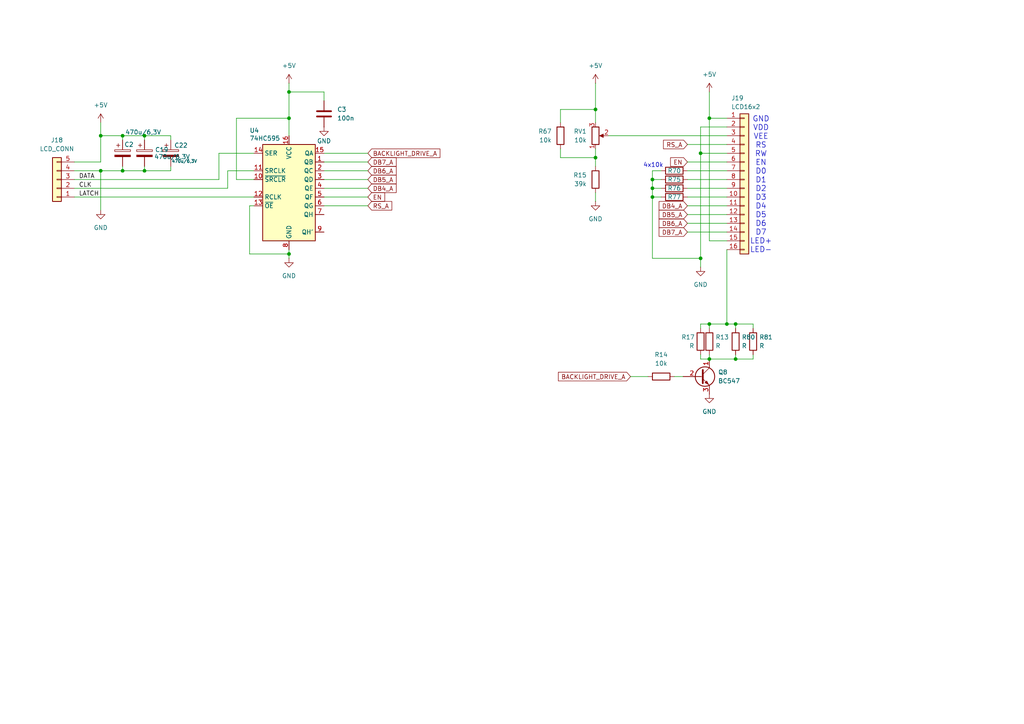
<source format=kicad_sch>
(kicad_sch (version 20231120) (generator "eeschema") (generator_version "8.0")
  (paper "A4")
  (lib_symbols
    (symbol "74xx:74HC595"
      (property "Reference" "U" (at -7.62 13.97 0))
      (property "Value" "74HC595" (at -7.62 -16.51 0))
      (symbol "74HC595_1_0"
        (pin tri_state line (at 10.16 7.62 180) (length 2.54) (name "QB") (number "1"))
        (pin input line (at -10.16 2.54 0) (length 2.54) (name "~{SRCLR}") (number "10"))
        (pin input line (at -10.16 5.08 0) (length 2.54) (name "SRCLK") (number "11"))
        (pin input line (at -10.16 -2.54 0) (length 2.54) (name "RCLK") (number "12"))
        (pin input line (at -10.16 -5.08 0) (length 2.54) (name "~{OE}") (number "13"))
        (pin input line (at -10.16 10.16 0) (length 2.54) (name "SER") (number "14"))
        (pin tri_state line (at 10.16 10.16 180) (length 2.54) (name "QA") (number "15"))
        (pin power_in line (at 0 15.24 270) (length 2.54) (name "VCC") (number "16"))
        (pin tri_state line (at 10.16 5.08 180) (length 2.54) (name "QC") (number "2"))
        (pin tri_state line (at 10.16 2.54 180) (length 2.54) (name "QD") (number "3"))
        (pin tri_state line (at 10.16 0 180) (length 2.54) (name "QE") (number "4"))
        (pin tri_state line (at 10.16 -2.54 180) (length 2.54) (name "QF") (number "5"))
        (pin tri_state line (at 10.16 -5.08 180) (length 2.54) (name "QG") (number "6"))
        (pin tri_state line (at 10.16 -7.62 180) (length 2.54) (name "QH") (number "7"))
        (pin power_in line (at 0 -17.78 90) (length 2.54) (name "GND") (number "8"))
        (pin output line (at 10.16 -12.7 180) (length 2.54) (name "QH'") (number "9"))
      )
      (symbol "74HC595_1_1"
        (rectangle (start -7.62 12.7) (end 7.62 -15.24) (stroke (width 0.254)) (fill (type background)))
      )
    )
    (symbol "Connector_Generic:Conn_01x05" (pin_names (offset 1.016) hide)
      (property "Reference" "J" (at 0 7.62 0))
      (property "Value" "Conn_01x05" (at 0 -7.62 0))
      (symbol "Conn_01x05_1_1"
        (rectangle (start -1.27 -4.953) (end 0 -5.207) (stroke (width 0.1524)))
        (rectangle (start -1.27 -2.413) (end 0 -2.667) (stroke (width 0.1524)))
        (rectangle (start -1.27 0.127) (end 0 -0.127) (stroke (width 0.1524)))
        (rectangle (start -1.27 2.667) (end 0 2.413) (stroke (width 0.1524)))
        (rectangle (start -1.27 5.207) (end 0 4.953) (stroke (width 0.1524)))
        (rectangle (start -1.27 6.35) (end 1.27 -6.35) (stroke (width 0.254)) (fill (type background)))
        (pin passive line (at -5.08 5.08 0) (length 3.81) (name "Pin_1") (number "1"))
        (pin passive line (at -5.08 2.54 0) (length 3.81) (name "Pin_2") (number "2"))
        (pin passive line (at -5.08 0 0) (length 3.81) (name "Pin_3") (number "3"))
        (pin passive line (at -5.08 -2.54 0) (length 3.81) (name "Pin_4") (number "4"))
        (pin passive line (at -5.08 -5.08 0) (length 3.81) (name "Pin_5") (number "5"))
      )
    )
    (symbol "Connector_Generic:Conn_01x16" (pin_names (offset 1.016) hide)
      (property "Reference" "J" (at 0 20.32 0))
      (property "Value" "Conn_01x16" (at 0 -22.86 0))
      (symbol "Conn_01x16_1_1"
        (rectangle (start -1.27 -20.193) (end 0 -20.447) (stroke (width 0.1524)))
        (rectangle (start -1.27 -17.653) (end 0 -17.907) (stroke (width 0.1524)))
        (rectangle (start -1.27 -15.113) (end 0 -15.367) (stroke (width 0.1524)))
        (rectangle (start -1.27 -12.573) (end 0 -12.827) (stroke (width 0.1524)))
        (rectangle (start -1.27 -10.033) (end 0 -10.287) (stroke (width 0.1524)))
        (rectangle (start -1.27 -7.493) (end 0 -7.747) (stroke (width 0.1524)))
        (rectangle (start -1.27 -4.953) (end 0 -5.207) (stroke (width 0.1524)))
        (rectangle (start -1.27 -2.413) (end 0 -2.667) (stroke (width 0.1524)))
        (rectangle (start -1.27 0.127) (end 0 -0.127) (stroke (width 0.1524)))
        (rectangle (start -1.27 2.667) (end 0 2.413) (stroke (width 0.1524)))
        (rectangle (start -1.27 5.207) (end 0 4.953) (stroke (width 0.1524)))
        (rectangle (start -1.27 7.747) (end 0 7.493) (stroke (width 0.1524)))
        (rectangle (start -1.27 10.287) (end 0 10.033) (stroke (width 0.1524)))
        (rectangle (start -1.27 12.827) (end 0 12.573) (stroke (width 0.1524)))
        (rectangle (start -1.27 15.367) (end 0 15.113) (stroke (width 0.1524)))
        (rectangle (start -1.27 17.907) (end 0 17.653) (stroke (width 0.1524)))
        (rectangle (start -1.27 19.05) (end 1.27 -21.59) (stroke (width 0.254)) (fill (type background)))
        (pin passive line (at -5.08 17.78 0) (length 3.81) (name "Pin_1") (number "1"))
        (pin passive line (at -5.08 -5.08 0) (length 3.81) (name "Pin_10") (number "10"))
        (pin passive line (at -5.08 -7.62 0) (length 3.81) (name "Pin_11") (number "11"))
        (pin passive line (at -5.08 -10.16 0) (length 3.81) (name "Pin_12") (number "12"))
        (pin passive line (at -5.08 -12.7 0) (length 3.81) (name "Pin_13") (number "13"))
        (pin passive line (at -5.08 -15.24 0) (length 3.81) (name "Pin_14") (number "14"))
        (pin passive line (at -5.08 -17.78 0) (length 3.81) (name "Pin_15") (number "15"))
        (pin passive line (at -5.08 -20.32 0) (length 3.81) (name "Pin_16") (number "16"))
        (pin passive line (at -5.08 15.24 0) (length 3.81) (name "Pin_2") (number "2"))
        (pin passive line (at -5.08 12.7 0) (length 3.81) (name "Pin_3") (number "3"))
        (pin passive line (at -5.08 10.16 0) (length 3.81) (name "Pin_4") (number "4"))
        (pin passive line (at -5.08 7.62 0) (length 3.81) (name "Pin_5") (number "5"))
        (pin passive line (at -5.08 5.08 0) (length 3.81) (name "Pin_6") (number "6"))
        (pin passive line (at -5.08 2.54 0) (length 3.81) (name "Pin_7") (number "7"))
        (pin passive line (at -5.08 0 0) (length 3.81) (name "Pin_8") (number "8"))
        (pin passive line (at -5.08 -2.54 0) (length 3.81) (name "Pin_9") (number "9"))
      )
    )
    (symbol "Device:C" (pin_numbers hide) (pin_names (offset 0.254))
      (property "Reference" "C" (at 0.635 2.54 0))
      (property "Value" "C" (at 0.635 -2.54 0))
      (symbol "C_0_1"
        (polyline (pts (xy -2.032 -0.762) (xy 2.032 -0.762)) (stroke (width 0.508)))
        (polyline (pts (xy -2.032 0.762) (xy 2.032 0.762)) (stroke (width 0.508)))
      )
      (symbol "C_1_1"
        (pin passive line (at 0 3.81 270) (length 2.794) (name "~") (number "1"))
        (pin passive line (at 0 -3.81 90) (length 2.794) (name "~") (number "2"))
      )
    )
    (symbol "Device:C_Polarized" (pin_numbers hide) (pin_names (offset 0.254))
      (property "Reference" "C" (at 0.635 2.54 0))
      (property "Value" "C_Polarized" (at 0.635 -2.54 0))
      (symbol "C_Polarized_0_1"
        (rectangle (start -2.286 0.508) (end 2.286 1.016))
        (polyline (pts (xy -1.778 2.286) (xy -0.762 2.286)))
        (polyline (pts (xy -1.27 2.794) (xy -1.27 1.778)))
        (rectangle (start 2.286 -0.508) (end -2.286 -1.016) (fill (type outline)))
      )
      (symbol "C_Polarized_1_1"
        (pin passive line (at 0 3.81 270) (length 2.794) (name "~") (number "1"))
        (pin passive line (at 0 -3.81 90) (length 2.794) (name "~") (number "2"))
      )
    )
    (symbol "Device:R" (pin_numbers hide) (pin_names (offset 0))
      (property "Reference" "R" (at 2.032 0 90))
      (property "Value" "R" (at 0 0 90))
      (symbol "R_0_1"
        (rectangle (start -1.016 -2.54) (end 1.016 2.54) (stroke (width 0.254)))
      )
      (symbol "R_1_1"
        (pin passive line (at 0 3.81 270) (length 1.27) (name "~") (number "1"))
        (pin passive line (at 0 -3.81 90) (length 1.27) (name "~") (number "2"))
      )
    )
    (symbol "Device:R_Potentiometer" (pin_names (offset 1.016) hide)
      (property "Reference" "RV" (at -4.445 0 90))
      (property "Value" "R_Potentiometer" (at -2.54 0 90))
      (symbol "R_Potentiometer_0_1"
        (polyline (pts (xy 2.54 0) (xy 1.524 0)))
        (polyline (pts (xy 1.143 0) (xy 2.286 0.508) (xy 2.286 -0.508) (xy 1.143 0)) (fill (type outline)))
        (rectangle (start 1.016 2.54) (end -1.016 -2.54) (stroke (width 0.254)))
      )
      (symbol "R_Potentiometer_1_1"
        (pin passive line (at 0 3.81 270) (length 1.27) (name "1") (number "1"))
        (pin passive line (at 3.81 0 180) (length 1.27) (name "2") (number "2"))
        (pin passive line (at 0 -3.81 90) (length 1.27) (name "3") (number "3"))
      )
    )
    (symbol "Transistor_BJT:BC547" (pin_names (offset 0) hide)
      (property "Reference" "Q" (at 5.08 1.905 0))
      (property "Value" "BC547" (at 5.08 0 0))
      (symbol "BC547_0_1"
        (polyline (pts (xy 0 0) (xy 0.635 0)))
        (polyline (pts (xy 0.635 0.635) (xy 2.54 2.54)))
        (polyline (pts (xy 0.635 -0.635) (xy 2.54 -2.54) (xy 2.54 -2.54)))
        (polyline (pts (xy 0.635 1.905) (xy 0.635 -1.905) (xy 0.635 -1.905)) (stroke (width 0.508)))
        (polyline (pts (xy 1.27 -1.778) (xy 1.778 -1.27) (xy 2.286 -2.286) (xy 1.27 -1.778) (xy 1.27 -1.778)) (fill (type outline)))
        (circle (center 1.27 0) (radius 2.8194) (stroke (width 0.254)))
      )
      (symbol "BC547_1_1"
        (pin passive line (at 2.54 5.08 270) (length 2.54) (name "C") (number "1"))
        (pin input line (at -5.08 0 0) (length 5.08) (name "B") (number "2"))
        (pin passive line (at 2.54 -5.08 90) (length 2.54) (name "E") (number "3"))
      )
    )
    (symbol "power:+5V" (power) (pin_numbers hide) (pin_names (offset 0) hide)
      (property "Value" "+5V" (at 0 3.556 0))
      (symbol "+5V_0_1"
        (polyline (pts (xy -0.762 1.27) (xy 0 2.54)))
        (polyline (pts (xy 0 0) (xy 0 2.54)))
        (polyline (pts (xy 0 2.54) (xy 0.762 1.27)))
      )
      (symbol "+5V_1_1"
        (pin power_in line (at 0 0 90) (length 0) (name "~") (number "1"))
      )
    )
    (symbol "power:GND" (power) (pin_numbers hide) (pin_names (offset 0) hide)
      (property "Value" "GND" (at 0 -3.81 0))
      (symbol "GND_0_1"
        (polyline (pts (xy 0 0) (xy 0 -1.27) (xy 1.27 -1.27) (xy 0 -2.54) (xy -1.27 -1.27) (xy 0 -1.27)))
      )
      (symbol "GND_1_1"
        (pin power_in line (at 0 0 270) (length 0) (name "~") (number "1"))
      )
    )
  )
  (junction (at 41.91 49.53))
  (junction (at 213.36 93.98))
  (junction (at 205.74 34.29))
  (junction (at 29.21 39.37))
  (junction (at 83.82 26.67))
  (junction (at 83.82 34.29))
  (junction (at 189.23 52.07))
  (junction (at 172.72 31.75))
  (junction (at 213.36 104.14))
  (junction (at 189.23 57.15))
  (junction (at 172.72 45.72))
  (junction (at 29.21 49.53))
  (junction (at 205.74 104.14))
  (junction (at 83.82 73.66))
  (junction (at 189.23 54.61))
  (junction (at 41.91 39.37))
  (junction (at 203.2 74.93))
  (junction (at 35.56 39.37))
  (junction (at 205.74 93.98))
  (junction (at 210.82 93.98))
  (junction (at 203.2 44.45))
  (junction (at 35.56 49.53))
  (wire (pts (xy 182.88 109.22) (xy 187.96 109.22)))
  (wire (pts (xy 29.21 46.99) (xy 21.59 46.99)))
  (wire (pts (xy 203.2 95.25) (xy 203.2 93.98)))
  (wire (pts (xy 29.21 39.37) (xy 35.56 39.37)))
  (wire (pts (xy 189.23 74.93) (xy 203.2 74.93)))
  (wire (pts (xy 41.91 49.53) (xy 49.53 49.53)))
  (wire (pts (xy 213.36 104.14) (xy 218.44 104.14)))
  (wire (pts (xy 41.91 49.53) (xy 35.56 49.53)))
  (wire (pts (xy 189.23 57.15) (xy 189.23 74.93)))
  (wire (pts (xy 176.53 39.37) (xy 210.82 39.37)))
  (wire (pts (xy 218.44 102.87) (xy 218.44 104.14)))
  (wire (pts (xy 93.98 49.53) (xy 106.68 49.53)))
  (wire (pts (xy 205.74 34.29) (xy 205.74 69.85)))
  (wire (pts (xy 199.39 57.15) (xy 210.82 57.15)))
  (wire (pts (xy 73.66 59.69) (xy 72.39 59.69)))
  (wire (pts (xy 41.91 39.37) (xy 35.56 39.37)))
  (wire (pts (xy 83.82 24.13) (xy 83.82 26.67)))
  (wire (pts (xy 41.91 48.26) (xy 41.91 49.53)))
  (wire (pts (xy 189.23 54.61) (xy 189.23 57.15)))
  (wire (pts (xy 93.98 46.99) (xy 106.68 46.99)))
  (wire (pts (xy 189.23 52.07) (xy 189.23 54.61)))
  (wire (pts (xy 63.5 52.07) (xy 21.59 52.07)))
  (wire (pts (xy 205.74 69.85) (xy 210.82 69.85)))
  (wire (pts (xy 41.91 40.64) (xy 41.91 39.37)))
  (wire (pts (xy 203.2 36.83) (xy 203.2 44.45)))
  (wire (pts (xy 73.66 44.45) (xy 63.5 44.45)))
  (wire (pts (xy 83.82 26.67) (xy 83.82 34.29)))
  (wire (pts (xy 66.04 54.61) (xy 21.59 54.61)))
  (wire (pts (xy 210.82 93.98) (xy 213.36 93.98)))
  (wire (pts (xy 63.5 44.45) (xy 63.5 52.07)))
  (wire (pts (xy 162.56 35.56) (xy 162.56 31.75)))
  (wire (pts (xy 199.39 54.61) (xy 210.82 54.61)))
  (wire (pts (xy 189.23 54.61) (xy 191.77 54.61)))
  (wire (pts (xy 199.39 49.53) (xy 210.82 49.53)))
  (wire (pts (xy 205.74 26.67) (xy 205.74 34.29)))
  (wire (pts (xy 73.66 52.07) (xy 68.58 52.07)))
  (wire (pts (xy 83.82 73.66) (xy 83.82 74.93)))
  (wire (pts (xy 93.98 59.69) (xy 106.68 59.69)))
  (wire (pts (xy 172.72 45.72) (xy 172.72 48.26)))
  (wire (pts (xy 203.2 44.45) (xy 210.82 44.45)))
  (wire (pts (xy 205.74 34.29) (xy 210.82 34.29)))
  (wire (pts (xy 93.98 29.21) (xy 93.98 26.67)))
  (wire (pts (xy 93.98 44.45) (xy 106.68 44.45)))
  (wire (pts (xy 83.82 72.39) (xy 83.82 73.66)))
  (wire (pts (xy 172.72 58.42) (xy 172.72 55.88)))
  (wire (pts (xy 21.59 57.15) (xy 73.66 57.15)))
  (wire (pts (xy 205.74 104.14) (xy 213.36 104.14)))
  (wire (pts (xy 199.39 41.91) (xy 210.82 41.91)))
  (wire (pts (xy 191.77 49.53) (xy 189.23 49.53)))
  (wire (pts (xy 68.58 34.29) (xy 83.82 34.29)))
  (wire (pts (xy 199.39 46.99) (xy 210.82 46.99)))
  (wire (pts (xy 203.2 74.93) (xy 203.2 77.47)))
  (wire (pts (xy 203.2 104.14) (xy 205.74 104.14)))
  (wire (pts (xy 72.39 73.66) (xy 83.82 73.66)))
  (wire (pts (xy 189.23 52.07) (xy 191.77 52.07)))
  (wire (pts (xy 29.21 49.53) (xy 29.21 60.96)))
  (wire (pts (xy 203.2 102.87) (xy 203.2 104.14)))
  (wire (pts (xy 205.74 102.87) (xy 205.74 104.14)))
  (wire (pts (xy 203.2 44.45) (xy 203.2 74.93)))
  (wire (pts (xy 172.72 31.75) (xy 172.72 35.56)))
  (wire (pts (xy 83.82 34.29) (xy 83.82 39.37)))
  (wire (pts (xy 73.66 49.53) (xy 66.04 49.53)))
  (wire (pts (xy 199.39 59.69) (xy 210.82 59.69)))
  (wire (pts (xy 93.98 54.61) (xy 106.68 54.61)))
  (wire (pts (xy 72.39 59.69) (xy 72.39 73.66)))
  (wire (pts (xy 93.98 26.67) (xy 83.82 26.67)))
  (wire (pts (xy 195.58 109.22) (xy 198.12 109.22)))
  (wire (pts (xy 49.53 49.53) (xy 49.53 48.26)))
  (wire (pts (xy 29.21 39.37) (xy 29.21 46.99)))
  (wire (pts (xy 218.44 93.98) (xy 218.44 95.25)))
  (wire (pts (xy 68.58 52.07) (xy 68.58 34.29)))
  (wire (pts (xy 66.04 49.53) (xy 66.04 54.61)))
  (wire (pts (xy 205.74 93.98) (xy 210.82 93.98)))
  (wire (pts (xy 29.21 49.53) (xy 35.56 49.53)))
  (wire (pts (xy 213.36 102.87) (xy 213.36 104.14)))
  (wire (pts (xy 199.39 52.07) (xy 210.82 52.07)))
  (wire (pts (xy 213.36 93.98) (xy 218.44 93.98)))
  (wire (pts (xy 213.36 93.98) (xy 213.36 95.25)))
  (wire (pts (xy 199.39 67.31) (xy 210.82 67.31)))
  (wire (pts (xy 29.21 39.37) (xy 29.21 35.56)))
  (wire (pts (xy 21.59 49.53) (xy 29.21 49.53)))
  (wire (pts (xy 189.23 49.53) (xy 189.23 52.07)))
  (wire (pts (xy 41.91 39.37) (xy 49.53 39.37)))
  (wire (pts (xy 162.56 31.75) (xy 172.72 31.75)))
  (wire (pts (xy 210.82 72.39) (xy 210.82 93.98)))
  (wire (pts (xy 205.74 93.98) (xy 205.74 95.25)))
  (wire (pts (xy 93.98 52.07) (xy 106.68 52.07)))
  (wire (pts (xy 162.56 45.72) (xy 172.72 45.72)))
  (wire (pts (xy 189.23 57.15) (xy 191.77 57.15)))
  (wire (pts (xy 172.72 43.18) (xy 172.72 45.72)))
  (wire (pts (xy 35.56 39.37) (xy 35.56 40.64)))
  (wire (pts (xy 203.2 93.98) (xy 205.74 93.98)))
  (wire (pts (xy 49.53 39.37) (xy 49.53 40.64)))
  (wire (pts (xy 35.56 48.26) (xy 35.56 49.53)))
  (wire (pts (xy 93.98 57.15) (xy 106.68 57.15)))
  (wire (pts (xy 199.39 64.77) (xy 210.82 64.77)))
  (wire (pts (xy 199.39 62.23) (xy 210.82 62.23)))
  (wire (pts (xy 172.72 24.13) (xy 172.72 31.75)))
  (wire (pts (xy 210.82 36.83) (xy 203.2 36.83)))
  (wire (pts (xy 162.56 43.18) (xy 162.56 45.72)))
  (text "4x10k" (at 189.484 48.006 0) (effects (font (size 1.27 1.27))))
  (text "GND\nVDD\nVEE\nRS\nRW\nEN\nD0\nD1\nD2\nD3\nD4\nD5\nD6\nD7\nLED+\nLED-" (at 220.726 53.594 0) (effects (font (size 1.57 1.57))))
  (label "DATA" (at 22.86 52.07 0))
  (label "LATCH" (at 22.86 57.15 0))
  (label "CLK" (at 22.86 54.61 0))
  (global_label "DB4_A" (shape input) (at 106.68 54.61 0) (property "Intersheetrefs" "${INTERSHEET_REFS}" (effects (hide yes))))
  (global_label "DB6_A" (shape input) (at 106.68 49.53 0) (property "Intersheetrefs" "${INTERSHEET_REFS}" (effects (hide yes))))
  (global_label "BACKLIGHT_DRIVE_A" (shape input) (at 182.88 109.22 180) (property "Intersheetrefs" "${INTERSHEET_REFS}" (effects (hide yes))))
  (global_label "DB5_A" (shape input) (at 199.39 62.23 180) (property "Intersheetrefs" "${INTERSHEET_REFS}" (effects (hide yes))))
  (global_label "DB7_A" (shape input) (at 199.39 67.31 180) (property "Intersheetrefs" "${INTERSHEET_REFS}" (effects (hide yes))))
  (global_label "DB7_A" (shape input) (at 106.68 46.99 0) (property "Intersheetrefs" "${INTERSHEET_REFS}" (effects (hide yes))))
  (global_label "DB5_A" (shape input) (at 106.68 52.07 0) (property "Intersheetrefs" "${INTERSHEET_REFS}" (effects (hide yes))))
  (global_label "RS_A" (shape input) (at 199.39 41.91 180) (property "Intersheetrefs" "${INTERSHEET_REFS}" (effects (hide yes))))
  (global_label "RS_A" (shape input) (at 106.68 59.69 0) (property "Intersheetrefs" "${INTERSHEET_REFS}" (effects (hide yes))))
  (global_label "EN" (shape input) (at 199.39 46.99 180) (property "Intersheetrefs" "${INTERSHEET_REFS}" (effects (hide yes))))
  (global_label "DB4_A" (shape input) (at 199.39 59.69 180) (property "Intersheetrefs" "${INTERSHEET_REFS}" (effects (hide yes))))
  (global_label "BACKLIGHT_DRIVE_A" (shape input) (at 106.68 44.45 0) (property "Intersheetrefs" "${INTERSHEET_REFS}" (effects (hide yes))))
  (global_label "DB6_A" (shape input) (at 199.39 64.77 180) (property "Intersheetrefs" "${INTERSHEET_REFS}" (effects (hide yes))))
  (global_label "EN" (shape input) (at 106.68 57.15 0) (property "Intersheetrefs" "${INTERSHEET_REFS}" (effects (hide yes))))
  (symbol (lib_id "power:GND") (at 205.74 114.3 0) (unit 1)
    (property "Reference" "#PWR012" (effects (hide yes)))
    (property "Value" "GND" (at 205.74 119.38 0))
    (property "Description" "Power symbol creates a global label with name \"GND\" , ground" (effects (hide yes)))
    (instances (project "Bidirectional_Power_Converter_24V-12V_with_BMS" (path "" (reference "#PWR012") (unit 1))) (project "Misc_PCB" (path "" (reference "#PWR0110") (unit 1))))
  )
  (symbol (lib_id "power:GND") (at 203.2 77.47 0) (unit 1)
    (property "Reference" "#PWR0100" (effects (hide yes)))
    (property "Value" "GND" (at 203.2 82.55 0))
    (property "Description" "Power symbol creates a global label with name \"GND\" , ground" (effects (hide yes)))
  )
  (symbol (lib_id "Connector_Generic:Conn_01x16") (at 215.9 52.07 0) (unit 1)
    (property "Reference" "J19" (at 212.09 28.448 0) (effects (justify left)))
    (property "Value" "LCD16x2" (at 212.09 30.988 0) (effects (justify left)))
    (property "Footprint" "Connector_PinSocket_2.54mm:PinSocket_1x16_P2.54mm_Vertical" (effects (hide yes)))
    (property "Description" "Generic connector, single row, 01x16, script generated (kicad-library-utils/schlib/autogen/connector/)" (effects (hide yes)))
  )
  (symbol (lib_id "Device:C_Polarized") (at 41.91 44.45 0) (unit 1)
    (property "Reference" "C19" (at 44.958 43.434 0) (effects (justify left)))
    (property "Value" "470u/6,3V" (at 44.704 45.466 0) (effects (justify left)))
    (property "Footprint" "Capacitor_Tantalum_SMD:CP_EIA-3528-21_Kemet-B" (effects (hide yes)))
    (property "Description" "Polarized capacitor" (effects (hide yes)))
  )
  (symbol (lib_id "Device:C_Polarized") (at 49.53 44.45 0) (unit 1)
    (property "Reference" "C22" (at 50.546 42.164 0) (effects (justify left)))
    (property "Value" "470u/6,3V" (at 49.784 46.736 0) (effects (font (size 0.9 0.9)) (justify left)))
    (property "Footprint" "Capacitor_SMD:CP_Elec_5x5.7" (effects (hide yes)))
    (property "Description" "Polarized capacitor" (effects (hide yes)))
  )
  (symbol (lib_id "power:+5V") (at 172.72 24.13 0) (mirror y) (unit 1)
    (property "Reference" "#PWR014" (effects (hide yes)))
    (property "Value" "+5V" (at 172.72 19.05 0))
    (property "Description" "Power symbol creates a global label with name \"+5V\"" (effects (hide yes)))
    (instances (project "Bidirectional_Power_Converter_24V-12V_with_BMS" (path "" (reference "#PWR014") (unit 1))) (project "Misc_PCB" (path "" (reference "#PWR0106") (unit 1))))
  )
  (symbol (lib_id "Device:R") (at 218.44 99.06 0) (unit 1)
    (property "Reference" "R81" (at 220.218 97.79 0) (effects (justify left)))
    (property "Value" "R" (at 220.218 100.33 0) (effects (justify left)))
    (property "Footprint" "Resistor_SMD:R_1206_3216Metric" (effects (hide yes)))
    (property "Description" "Resistor" (effects (hide yes)))
  )
  (symbol (lib_id "74xx:74HC595") (at 83.82 54.61 0) (unit 1)
    (property "Reference" "U4" (at 72.39 37.846 0) (effects (justify left)))
    (property "Value" "74HC595" (at 72.39 40.132 0) (effects (justify left)))
    (property "Footprint" "Package_SO:SOIC-16_3.9x9.9mm_P1.27mm" (effects (hide yes)))
    (property "Datasheet" "http://www.ti.com/lit/ds/symlink/sn74hc595.pdf" (effects (hide yes)))
    (property "Description" "8-bit serial in/out Shift Register 3-State Outputs" (effects (hide yes)))
    (instances (project "Bidirectional_Power_Converter_24V-12V_with_BMS" (path "" (reference "U4") (unit 1))) (project "Misc_PCB" (path "" (reference "U13") (unit 1))))
  )
  (symbol (lib_id "Device:R") (at 213.36 99.06 0) (unit 1)
    (property "Reference" "R80" (at 215.138 97.79 0) (effects (justify left)))
    (property "Value" "R" (at 215.138 100.33 0) (effects (justify left)))
    (property "Footprint" "Resistor_SMD:R_1206_3216Metric" (effects (hide yes)))
    (property "Description" "Resistor" (effects (hide yes)))
  )
  (symbol (lib_id "Device:R") (at 195.58 52.07 90) (mirror x) (unit 1)
    (property "Reference" "R75" (at 195.58 52.07 90))
    (property "Value" "10k" (effects (hide yes)))
    (property "Footprint" "Resistor_SMD:R_0805_2012Metric" (effects (hide yes)))
    (property "Description" "Resistor" (effects (hide yes)))
  )
  (symbol (lib_id "Device:R_Potentiometer") (at 172.72 39.37 0) (mirror x) (unit 1)
    (property "Reference" "RV1" (at 170.18 38.0999 0) (effects (justify right)))
    (property "Value" "10k" (at 170.18 40.6399 0) (effects (justify right)))
    (property "Footprint" "Potentiometer_THT:Potentiometer_ACP_CA9-V10_Vertical" (effects (hide yes)))
    (property "Description" "Potentiometer" (effects (hide yes)))
    (instances (project "Bidirectional_Power_Converter_24V-12V_with_BMS" (path "" (reference "RV1") (unit 1))) (project "Misc_PCB" (path "" (reference "RV2") (unit 1))))
  )
  (symbol (lib_id "power:+5V") (at 205.74 26.67 0) (unit 1)
    (property "Reference" "#PWR08" (effects (hide yes)))
    (property "Value" "+5V" (at 205.74 21.59 0))
    (property "Description" "Power symbol creates a global label with name \"+5V\"" (effects (hide yes)))
    (instances (project "Bidirectional_Power_Converter_24V-12V_with_BMS" (path "" (reference "#PWR08") (unit 1))) (project "Misc_PCB" (path "" (reference "#PWR0104") (unit 1))))
  )
  (symbol (lib_id "Transistor_BJT:BC547") (at 203.2 109.22 0) (unit 1)
    (property "Reference" "Q8" (at 208.28 107.9499 0) (effects (justify left)))
    (property "Value" "BC547" (at 208.28 110.4899 0) (effects (justify left)))
    (property "Footprint" "My-Footprints:TO-92_Inline_LITTLE_BIGGER" (effects (hide yes)))
    (property "Datasheet" "https://www.onsemi.com/pub/Collateral/BC550-D.pdf" (effects (hide yes)))
    (property "Description" "0.1A Ic, 45V Vce, Small Signal NPN Transistor, TO-92" (effects (hide yes)))
    (instances (project "Bidirectional_Power_Converter_24V-12V_with_BMS" (path "" (reference "Q8") (unit 1))) (project "Misc_PCB" (path "" (reference "Q19") (unit 1))))
  )
  (symbol (lib_id "power:+5V") (at 83.82 24.13 0) (unit 1)
    (property "Reference" "#PWR011" (effects (hide yes)))
    (property "Value" "+5V" (at 83.82 19.05 0))
    (property "Description" "Power symbol creates a global label with name \"+5V\"" (effects (hide yes)))
    (instances (project "Bidirectional_Power_Converter_24V-12V_with_BMS" (path "" (reference "#PWR011") (unit 1))) (project "Misc_PCB" (path "" (reference "#PWR0108") (unit 1))))
  )
  (symbol (lib_id "Device:R") (at 191.77 109.22 90) (unit 1)
    (property "Reference" "R14" (at 191.77 102.87 90))
    (property "Value" "10k" (at 191.77 105.41 90))
    (property "Footprint" "Resistor_SMD:R_0805_2012Metric" (effects (hide yes)))
    (property "Description" "Resistor" (effects (hide yes)))
    (instances (project "Bidirectional_Power_Converter_24V-12V_with_BMS" (path "" (reference "R14") (unit 1))) (project "Misc_PCB" (path "" (reference "R69") (unit 1))))
  )
  (symbol (lib_id "power:GND") (at 172.72 58.42 0) (mirror y) (unit 1)
    (property "Reference" "#PWR013" (effects (hide yes)))
    (property "Value" "GND" (at 172.72 63.5 0))
    (property "Description" "Power symbol creates a global label with name \"GND\" , ground" (effects (hide yes)))
    (instances (project "Bidirectional_Power_Converter_24V-12V_with_BMS" (path "" (reference "#PWR013") (unit 1))) (project "Misc_PCB" (path "" (reference "#PWR0105") (unit 1))))
  )
  (symbol (lib_id "power:+5V") (at 29.21 35.56 0) (unit 1)
    (property "Reference" "#PWR015" (effects (hide yes)))
    (property "Value" "+5V" (at 29.21 30.48 0))
    (property "Description" "Power symbol creates a global label with name \"+5V\"" (effects (hide yes)))
    (instances (project "Bidirectional_Power_Converter_24V-12V_with_BMS" (path "" (reference "#PWR015") (unit 1))) (project "Misc_PCB" (path "" (reference "#PWR0102") (unit 1))))
  )
  (symbol (lib_id "Device:R") (at 205.74 99.06 0) (unit 1)
    (property "Reference" "R13" (at 207.518 97.79 0) (effects (justify left)))
    (property "Value" "R" (at 207.518 100.33 0) (effects (justify left)))
    (property "Footprint" "Resistor_THT:R_Axial_DIN0207_L6.3mm_D2.5mm_P10.16mm_Horizontal" (effects (hide yes)))
    (property "Description" "Resistor" (effects (hide yes)))
    (instances (project "Bidirectional_Power_Converter_24V-12V_with_BMS" (path "" (reference "R13") (unit 1))) (project "Misc_PCB" (path "" (reference "R79") (unit 1))))
  )
  (symbol (lib_id "Connector_Generic:Conn_01x05") (at 16.51 52.07 180) (unit 1)
    (property "Reference" "J18" (at 16.51 40.64 0))
    (property "Value" "LCD_CONN" (at 16.51 43.18 0))
    (property "Footprint" "Connector_JST:JST_XA_B05B-XASK-1_1x05_P2.50mm_Vertical" (effects (hide yes)))
    (property "Description" "Generic connector, single row, 01x05, script generated (kicad-library-utils/schlib/autogen/connector/)" (effects (hide yes)))
  )
  (symbol (lib_id "Device:R") (at 203.2 99.06 0) (unit 1)
    (property "Reference" "R17" (at 197.612 97.79 0) (effects (justify left)))
    (property "Value" "R" (at 199.898 100.33 0) (effects (justify left)))
    (property "Footprint" "Resistor_THT:R_Axial_DIN0207_L6.3mm_D2.5mm_P10.16mm_Horizontal" (effects (hide yes)))
    (property "Description" "Resistor" (effects (hide yes)))
    (instances (project "Bidirectional_Power_Converter_24V-12V_with_BMS" (path "" (reference "R17") (unit 1))) (project "Misc_PCB" (path "" (reference "R78") (unit 1))))
  )
  (symbol (lib_id "Device:C") (at 93.98 33.02 0) (unit 1)
    (property "Reference" "C3" (at 97.79 31.7499 0) (effects (justify left)))
    (property "Value" "100n" (at 97.79 34.2899 0) (effects (justify left)))
    (property "Footprint" "Capacitor_SMD:C_0805_2012Metric" (effects (hide yes)))
    (property "Description" "Unpolarized capacitor" (effects (hide yes)))
    (instances (project "Bidirectional_Power_Converter_24V-12V_with_BMS" (path "" (reference "C3") (unit 1))) (project "Misc_PCB" (path "" (reference "C20") (unit 1))))
  )
  (symbol (lib_id "power:GND") (at 83.82 74.93 0) (unit 1)
    (property "Reference" "#PWR010" (effects (hide yes)))
    (property "Value" "GND" (at 83.82 80.01 0))
    (property "Description" "Power symbol creates a global label with name \"GND\" , ground" (effects (hide yes)))
    (instances (project "Bidirectional_Power_Converter_24V-12V_with_BMS" (path "" (reference "#PWR010") (unit 1))) (project "Misc_PCB" (path "" (reference "#PWR0109") (unit 1))))
  )
  (symbol (lib_id "power:GND") (at 93.98 36.83 0) (unit 1)
    (property "Reference" "#PWR017" (effects (hide yes)))
    (property "Value" "GND" (at 93.98 40.894 0))
    (property "Description" "Power symbol creates a global label with name \"GND\" , ground" (effects (hide yes)))
    (instances (project "Bidirectional_Power_Converter_24V-12V_with_BMS" (path "" (reference "#PWR017") (unit 1))) (project "Misc_PCB" (path "" (reference "#PWR0107") (unit 1))))
  )
  (symbol (lib_id "Device:R") (at 172.72 52.07 0) (mirror y) (unit 1)
    (property "Reference" "R15" (at 170.18 50.7999 0) (effects (justify left)))
    (property "Value" "39k" (at 170.18 53.3399 0) (effects (justify left)))
    (property "Footprint" "Resistor_SMD:R_0805_2012Metric" (effects (hide yes)))
    (property "Description" "Resistor" (effects (hide yes)))
    (instances (project "Bidirectional_Power_Converter_24V-12V_with_BMS" (path "" (reference "R15") (unit 1))) (project "Misc_PCB" (path "" (reference "R68") (unit 1))))
  )
  (symbol (lib_id "Device:R") (at 195.58 49.53 90) (mirror x) (unit 1)
    (property "Reference" "R70" (at 195.58 49.53 90))
    (property "Value" "10k" (effects (hide yes)))
    (property "Footprint" "Resistor_SMD:R_0805_2012Metric" (effects (hide yes)))
    (property "Description" "Resistor" (effects (hide yes)))
  )
  (symbol (lib_id "Device:C_Polarized") (at 35.56 44.45 0) (unit 1)
    (property "Reference" "C2" (at 36.068 41.91 0) (effects (justify left)))
    (property "Value" "470u/6,3V" (at 36.322 38.354 0) (effects (justify left)))
    (property "Footprint" "Capacitor_Tantalum_SMD:CP_EIA-3528-21_Kemet-B" (effects (hide yes)))
    (property "Description" "Polarized capacitor" (effects (hide yes)))
    (instances (project "Bidirectional_Power_Converter_24V-12V_with_BMS" (path "" (reference "C2") (unit 1))) (project "Misc_PCB" (path "" (reference "C18") (unit 1))))
  )
  (symbol (lib_id "power:GND") (at 29.21 60.96 0) (unit 1)
    (property "Reference" "#PWR016" (effects (hide yes)))
    (property "Value" "GND" (at 29.21 66.04 0))
    (property "Description" "Power symbol creates a global label with name \"GND\" , ground" (effects (hide yes)))
    (instances (project "Bidirectional_Power_Converter_24V-12V_with_BMS" (path "" (reference "#PWR016") (unit 1))) (project "Misc_PCB" (path "" (reference "#PWR0103") (unit 1))))
  )
  (symbol (lib_id "Device:R") (at 195.58 54.61 90) (mirror x) (unit 1)
    (property "Reference" "R76" (at 195.58 54.61 90))
    (property "Value" "10k" (effects (hide yes)))
    (property "Footprint" "Resistor_SMD:R_0805_2012Metric" (effects (hide yes)))
    (property "Description" "Resistor" (effects (hide yes)))
  )
  (symbol (lib_id "Device:R") (at 195.58 57.15 90) (mirror x) (unit 1)
    (property "Reference" "R77" (at 195.58 57.15 90))
    (property "Value" "10k" (effects (hide yes)))
    (property "Footprint" "Resistor_SMD:R_0805_2012Metric" (effects (hide yes)))
    (property "Description" "Resistor" (effects (hide yes)))
  )
  (symbol (lib_id "Device:R") (at 162.56 39.37 0) (mirror x) (unit 1)
    (property "Reference" "R67" (at 160.02 38.0999 0) (effects (justify right)))
    (property "Value" "10k" (at 160.02 40.6399 0) (effects (justify right)))
    (property "Footprint" "Resistor_SMD:R_0805_2012Metric" (effects (hide yes)))
    (property "Description" "Resistor" (effects (hide yes)))
  )
)
</source>
